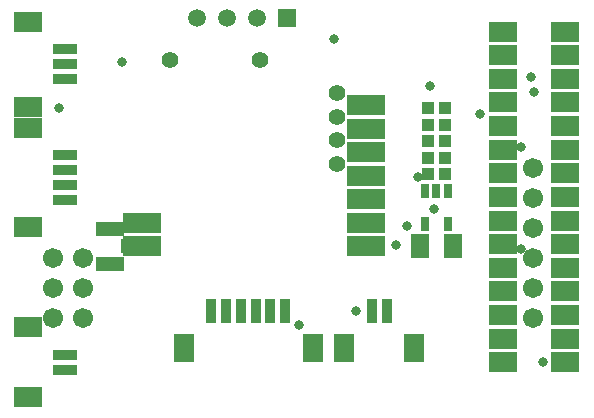
<source format=gts>
%FSLAX23Y23*%
%MOIN*%
G70*
G01*
G75*
G04 Layer_Color=8388736*
%ADD10R,0.022X0.039*%
%ADD11R,0.031X0.035*%
%ADD12R,0.118X0.063*%
%ADD13R,0.087X0.059*%
%ADD14R,0.028X0.071*%
%ADD15R,0.071X0.028*%
%ADD16R,0.087X0.039*%
%ADD17R,0.039X0.039*%
%ADD18R,0.051X0.073*%
%ADD19C,0.006*%
%ADD20C,0.012*%
%ADD21R,0.063X0.087*%
%ADD22R,0.087X0.063*%
%ADD23R,0.087X0.063*%
%ADD24C,0.047*%
%ADD25C,0.059*%
%ADD26C,0.051*%
%ADD27R,0.051X0.051*%
%ADD28C,0.024*%
%ADD29R,0.157X0.098*%
%ADD30R,0.035X0.031*%
%ADD31R,0.035X0.024*%
%ADD32R,0.079X0.039*%
%ADD33R,0.150X0.071*%
%ADD34C,0.016*%
%ADD35C,0.008*%
%ADD36C,0.001*%
%ADD37R,0.193X0.006*%
%ADD38R,0.006X0.259*%
%ADD39R,0.006X0.258*%
%ADD40R,0.161X0.006*%
%ADD41R,0.004X0.004*%
%ADD42R,0.030X0.047*%
%ADD43R,0.039X0.043*%
%ADD44R,0.126X0.071*%
%ADD45R,0.095X0.067*%
%ADD46R,0.036X0.079*%
%ADD47R,0.079X0.036*%
%ADD48R,0.095X0.047*%
%ADD49R,0.047X0.047*%
%ADD50R,0.059X0.081*%
%ADD51R,0.071X0.095*%
%ADD52R,0.095X0.071*%
%ADD53R,0.095X0.071*%
%ADD54C,0.055*%
%ADD55C,0.067*%
%ADD56C,0.059*%
%ADD57R,0.059X0.059*%
%ADD58C,0.032*%
D42*
X2508Y1712D02*
D03*
X2470D02*
D03*
X2433D02*
D03*
Y1603D02*
D03*
X2508D02*
D03*
D43*
X2442Y1879D02*
D03*
X2499D02*
D03*
X2442Y1934D02*
D03*
X2499D02*
D03*
X2442Y1824D02*
D03*
X2499D02*
D03*
Y1768D02*
D03*
X2442D02*
D03*
X2499Y1989D02*
D03*
X2442D02*
D03*
D44*
X2236Y1528D02*
D03*
Y1606D02*
D03*
Y1685D02*
D03*
Y1764D02*
D03*
Y1843D02*
D03*
Y1921D02*
D03*
Y2000D02*
D03*
X1488Y1528D02*
D03*
Y1606D02*
D03*
D45*
X2691Y2244D02*
D03*
Y2165D02*
D03*
Y2087D02*
D03*
Y2008D02*
D03*
Y1929D02*
D03*
Y1850D02*
D03*
Y1772D02*
D03*
Y1693D02*
D03*
Y1614D02*
D03*
Y1535D02*
D03*
Y1457D02*
D03*
Y1378D02*
D03*
Y1299D02*
D03*
Y1220D02*
D03*
Y1142D02*
D03*
X2900Y2244D02*
D03*
Y2165D02*
D03*
Y2087D02*
D03*
Y2008D02*
D03*
Y1929D02*
D03*
Y1850D02*
D03*
Y1772D02*
D03*
Y1693D02*
D03*
Y1614D02*
D03*
Y1535D02*
D03*
Y1457D02*
D03*
Y1378D02*
D03*
Y1299D02*
D03*
Y1220D02*
D03*
Y1142D02*
D03*
D46*
X1967Y1312D02*
D03*
X1720D02*
D03*
X1819D02*
D03*
X1868D02*
D03*
X1770D02*
D03*
X1917D02*
D03*
X2255D02*
D03*
X2304D02*
D03*
D47*
X1232Y2185D02*
D03*
Y2087D02*
D03*
Y2136D02*
D03*
Y1782D02*
D03*
Y1733D02*
D03*
Y1832D02*
D03*
Y1684D02*
D03*
X1232Y1166D02*
D03*
Y1117D02*
D03*
D48*
X1382Y1585D02*
D03*
Y1470D02*
D03*
D49*
X1441Y1528D02*
D03*
D50*
X2416D02*
D03*
X2525D02*
D03*
D51*
X1628Y1190D02*
D03*
X2059D02*
D03*
X2162D02*
D03*
X2397D02*
D03*
D52*
X1110Y1994D02*
D03*
Y2277D02*
D03*
Y1924D02*
D03*
Y1592D02*
D03*
X1110Y1025D02*
D03*
D53*
Y1259D02*
D03*
D54*
X1583Y2150D02*
D03*
X1882D02*
D03*
X2138Y2039D02*
D03*
Y1961D02*
D03*
Y1882D02*
D03*
Y1803D02*
D03*
D55*
X1292Y1491D02*
D03*
Y1391D02*
D03*
X1192Y1491D02*
D03*
Y1391D02*
D03*
Y1291D02*
D03*
X1292D02*
D03*
X2792Y1791D02*
D03*
Y1691D02*
D03*
Y1591D02*
D03*
Y1491D02*
D03*
Y1391D02*
D03*
Y1291D02*
D03*
D56*
X1671Y2288D02*
D03*
X1771D02*
D03*
X1871D02*
D03*
D57*
X1971D02*
D03*
D58*
X2825Y1142D02*
D03*
X2615Y1969D02*
D03*
X2786Y2093D02*
D03*
X2461Y1653D02*
D03*
X1212Y1988D02*
D03*
X2129Y2218D02*
D03*
X2753Y1860D02*
D03*
X2012Y1267D02*
D03*
X2795Y2044D02*
D03*
X2336Y1533D02*
D03*
X2753Y1520D02*
D03*
X2372Y1595D02*
D03*
X1423Y2143D02*
D03*
X2408Y1759D02*
D03*
X2450Y2063D02*
D03*
X2202Y1313D02*
D03*
M02*

</source>
